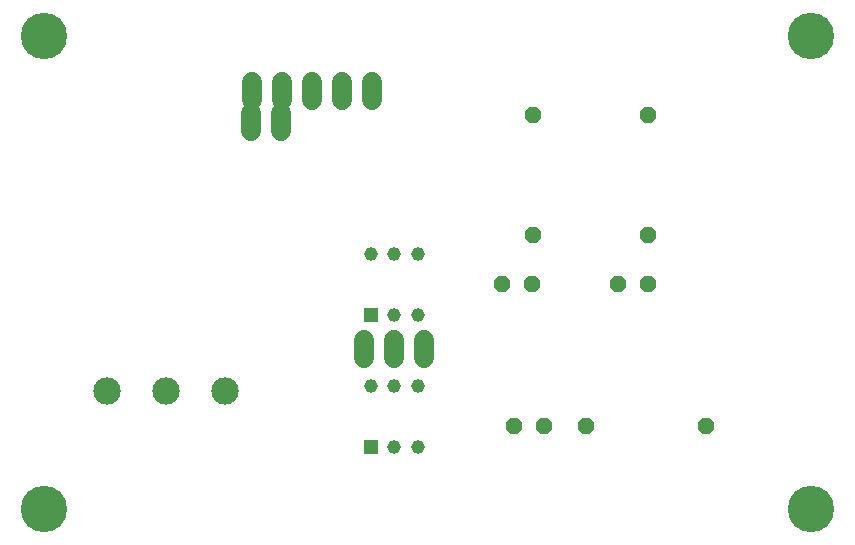
<source format=gbr>
G04 EAGLE Gerber RS-274X export*
G75*
%MOMM*%
%FSLAX34Y34*%
%LPD*%
%INSoldermask Top*%
%IPPOS*%
%AMOC8*
5,1,8,0,0,1.08239X$1,22.5*%
G01*
%ADD10C,3.927000*%
%ADD11P,1.457113X8X22.500000*%
%ADD12P,1.457113X8X202.500000*%
%ADD13R,1.177000X1.177000*%
%ADD14C,1.177000*%
%ADD15P,1.457113X8X112.500000*%
%ADD16C,1.651000*%
%ADD17C,2.311400*%
%ADD18P,1.457113X8X292.500000*%


D10*
X50000Y50000D03*
X50000Y450000D03*
X700000Y450000D03*
X700000Y50000D03*
D11*
X438200Y240000D03*
X463600Y240000D03*
D12*
X474000Y119800D03*
X448600Y119800D03*
D13*
X327100Y102600D03*
D14*
X347100Y102600D03*
X367100Y102600D03*
X367100Y153600D03*
X347100Y153600D03*
X327100Y153600D03*
D13*
X326900Y214500D03*
D14*
X346900Y214500D03*
X366900Y214500D03*
X366900Y265500D03*
X346900Y265500D03*
X326900Y265500D03*
D11*
X536300Y240200D03*
X561700Y240200D03*
D15*
X464000Y282200D03*
X464000Y383800D03*
D16*
X226200Y396380D02*
X226200Y411620D01*
X251600Y411620D02*
X251600Y396380D01*
X277000Y396380D02*
X277000Y411620D01*
X302400Y411620D02*
X302400Y396380D01*
X327800Y396380D02*
X327800Y411620D01*
D17*
X104000Y150000D03*
X154000Y150000D03*
X204000Y150000D03*
D12*
X610800Y120000D03*
X509200Y120000D03*
D18*
X562000Y383800D03*
X562000Y282200D03*
D16*
X251300Y370080D02*
X251300Y385320D01*
X225900Y385320D02*
X225900Y370080D01*
X372400Y192620D02*
X372400Y177380D01*
X347000Y177380D02*
X347000Y192620D01*
X321600Y192620D02*
X321600Y177380D01*
M02*

</source>
